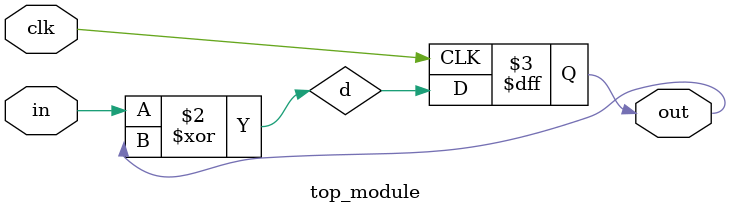
<source format=v>
module top_module (
    input clk,
    input in, 
    output out);
    wire d;
    always@(posedge clk)
        begin
            out<=d;
        end
    assign d=in^out;

endmodule

</source>
